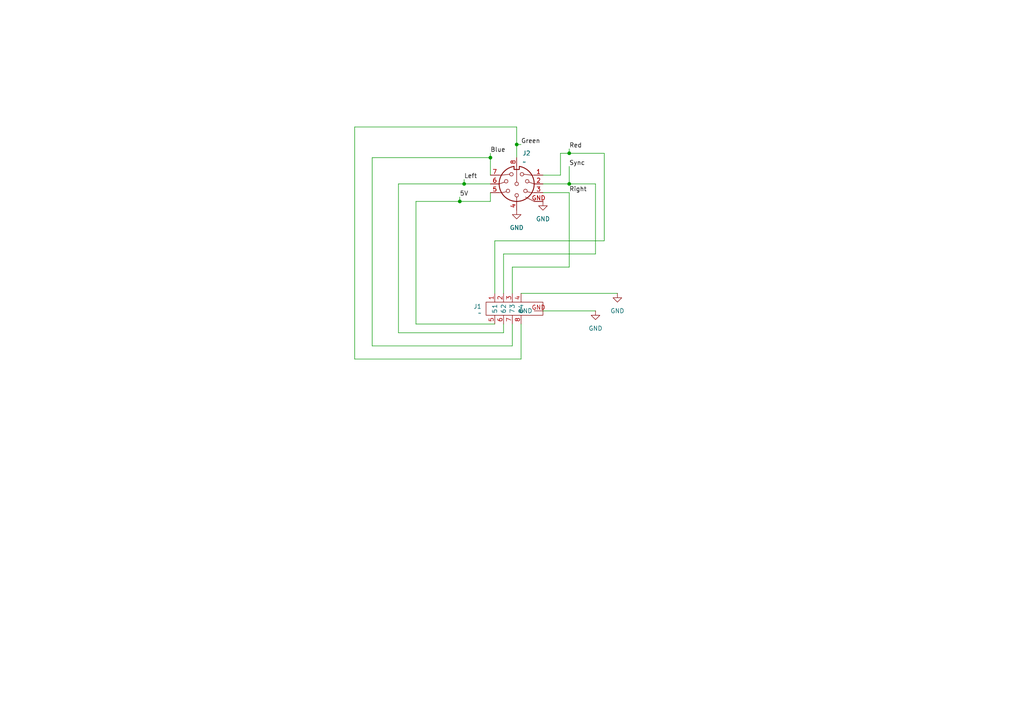
<source format=kicad_sch>
(kicad_sch (version 20250114) (generator "eeschema") (generator_version "9.0")
  (paper "A4")
  (lib_symbols
    (symbol "Custom_Connectors:DIN_8_262-270_Male"
      (property "Reference" "J" (at 0 0 0))
      (property "Footprint" "Custom_Connectors:DIN_8_262-270_Male" (at 0 0 0))
      (symbol "DIN_8_262-270_Male_0_1"
        (polyline (pts (xy -5.08 19.05) (xy -4.318 19.05) (xy -2.032 19.304)))
        (polyline (pts (xy -5.08 16.51) (xy -3.556 17.018)))
        (polyline (pts (xy -5.08 13.97) (xy -4.318 13.97) (xy -3.048 14.224)))
        (circle (center -3.048 17.272) (radius 0.508))
        (circle (center -2.54 14.478) (radius 0.508))
        (circle (center -1.524 19.304) (radius 0.508))
        (arc (start 0.762 21.59) (mid 3.8597 19.8479) (end 5.08 16.51) (stroke (width 0.254)))
        (polyline (pts (xy 0 17.018) (xy 0 21.59)))
        (arc (start 5.08 16.51) (mid 0 11.4521) (end -5.08 16.51) (stroke (width 0.254)))
        (circle (center 0 16.51) (radius 0.508))
        (circle (center 0 13.208) (radius 0.508))
        (polyline (pts (xy 0 11.43) (xy 0 12.7)))
        (arc (start -5.08 16.51) (mid -3.8673 19.8544) (end -0.762 21.59) (stroke (width 0.254)))
        (polyline (pts (xy 0.762 21.463) (xy 0.762 20.701) (xy -0.762 20.701) (xy -0.762 21.463)) (stroke (width 0.254)))
        (circle (center 1.524 19.304) (radius 0.508))
        (circle (center 2.54 14.478) (radius 0.508))
        (circle (center 3.048 17.272) (radius 0.508))
        (polyline (pts (xy 5.08 19.05) (xy 4.318 19.05) (xy 2.032 19.304)))
        (polyline (pts (xy 5.08 16.51) (xy 3.556 17.018)))
        (polyline (pts (xy 5.08 13.97) (xy 4.318 13.97) (xy 3.048 14.224)))
        (polyline (pts (xy 5.08 11.43) (xy 2.54 12.7)))
      )
      (symbol "DIN_8_262-270_Male_1_1"
        (pin passive line (at -7.62 19.05 0) (length 2.54) (name "~") (number "7"))
        (pin passive line (at -7.62 16.51 0) (length 2.54) (name "~") (number "6"))
        (pin passive line (at -7.62 13.97 0) (length 2.54) (name "~") (number "5"))
        (pin passive line (at 0 24.13 270) (length 2.54) (name "~") (number "8"))
        (pin passive line (at 0 8.89 90) (length 2.54) (name "~") (number "4"))
        (pin passive line (at 7.62 19.05 180) (length 2.54) (name "~") (number "1"))
        (pin passive line (at 7.62 16.51 180) (length 2.54) (name "~") (number "2"))
        (pin passive line (at 7.62 13.97 180) (length 2.54) (name "~") (number "3"))
        (pin passive line (at 7.62 11.43 180) (length 2.54) (name "") (number "GND"))
      )
    )
    (symbol "Custom_Connectors:Tee_Joint_9_Pin"
      (property "Reference" "J" (at 5.842 0.508 0))
      (symbol "Tee_Joint_9_Pin_0_1"
        (rectangle (start -7.62 6.35) (end 8.89 2.54))
      )
      (symbol "Tee_Joint_9_Pin_1_1"
        (pin passive line (at -5.08 8.89 270) (length 2.54) (name "1") (number "1"))
        (pin passive line (at -5.08 0 90) (length 2.54) (name "5") (number "5"))
        (pin passive line (at -2.54 8.89 270) (length 2.54) (name "2") (number "2"))
        (pin passive line (at -2.54 0 90) (length 2.54) (name "6") (number "6"))
        (pin passive line (at 0 8.89 270) (length 2.54) (name "3") (number "3"))
        (pin passive line (at 0 0 90) (length 2.54) (name "7") (number "7"))
        (pin passive line (at 2.54 8.89 270) (length 2.54) (name "4") (number "4"))
        (pin passive line (at 2.54 0 90) (length 2.54) (name "8") (number "8"))
        (pin passive line (at 8.89 3.81 180) (length 2.54) (name "GND") (number "GND"))
      )
    )
    (symbol "power:GND" (power) (pin_numbers (hide yes)) (pin_names (offset 0) (hide yes))
      (property "Value" "GND" (at 0 -3.81 0))
      (symbol "GND_0_1"
        (polyline (pts (xy 0 0) (xy 0 -1.27) (xy 1.27 -1.27) (xy 0 -2.54) (xy -1.27 -1.27) (xy 0 -1.27)))
      )
      (symbol "GND_1_1"
        (pin power_in line (at 0 0 270) (length 0) (name "~") (number "1"))
      )
    )
  )
  (junction (at 142.24 45.72))
  (junction (at 165.1 44.45))
  (junction (at 134.62 53.34))
  (junction (at 165.1 53.34))
  (junction (at 149.86 41.91))
  (junction (at 133.35 58.42))
  (wire (pts (xy 165.1 55.88) (xy 157.48 55.88)))
  (wire (pts (xy 151.13 85.09) (xy 179.07 85.09)))
  (wire (pts (xy 120.65 58.42) (xy 133.35 58.42)))
  (wire (pts (xy 146.05 96.52) (xy 146.05 93.98)))
  (wire (pts (xy 165.1 53.34) (xy 172.72 53.34)))
  (wire (pts (xy 149.86 41.91) (xy 151.13 41.91)))
  (wire (pts (xy 142.24 53.34) (xy 134.62 53.34)))
  (wire (pts (xy 146.05 73.66) (xy 146.05 85.09)))
  (wire (pts (xy 102.87 36.83) (xy 149.86 36.83)))
  (wire (pts (xy 120.65 93.98) (xy 120.65 58.42)))
  (wire (pts (xy 115.57 96.52) (xy 146.05 96.52)))
  (wire (pts (xy 162.56 50.8) (xy 162.56 44.45)))
  (wire (pts (xy 151.13 93.98) (xy 151.13 104.14)))
  (wire (pts (xy 134.62 52.07) (xy 134.62 53.34)))
  (wire (pts (xy 133.35 58.42) (xy 133.35 57.15)))
  (wire (pts (xy 143.51 85.09) (xy 143.51 69.85)))
  (wire (pts (xy 165.1 43.18) (xy 165.1 44.45)))
  (wire (pts (xy 107.95 100.33) (xy 107.95 45.72)))
  (wire (pts (xy 172.72 53.34) (xy 172.72 73.66)))
  (wire (pts (xy 142.24 55.88) (xy 142.24 58.42)))
  (wire (pts (xy 165.1 53.34) (xy 165.1 48.26)))
  (wire (pts (xy 102.87 104.14) (xy 102.87 36.83)))
  (wire (pts (xy 107.95 45.72) (xy 142.24 45.72)))
  (wire (pts (xy 149.86 36.83) (xy 149.86 41.91)))
  (wire (pts (xy 115.57 53.34) (xy 115.57 96.52)))
  (wire (pts (xy 107.95 100.33) (xy 148.59 100.33)))
  (wire (pts (xy 175.26 69.85) (xy 175.26 44.45)))
  (wire (pts (xy 143.51 93.98) (xy 120.65 93.98)))
  (wire (pts (xy 142.24 45.72) (xy 142.24 44.45)))
  (wire (pts (xy 157.48 53.34) (xy 165.1 53.34)))
  (wire (pts (xy 162.56 44.45) (xy 165.1 44.45)))
  (wire (pts (xy 157.48 50.8) (xy 162.56 50.8)))
  (wire (pts (xy 172.72 73.66) (xy 146.05 73.66)))
  (wire (pts (xy 165.1 77.47) (xy 148.59 77.47)))
  (wire (pts (xy 157.48 90.17) (xy 172.72 90.17)))
  (wire (pts (xy 149.86 41.91) (xy 149.86 45.72)))
  (wire (pts (xy 143.51 69.85) (xy 175.26 69.85)))
  (wire (pts (xy 148.59 77.47) (xy 148.59 85.09)))
  (wire (pts (xy 151.13 104.14) (xy 102.87 104.14)))
  (wire (pts (xy 142.24 45.72) (xy 142.24 50.8)))
  (wire (pts (xy 148.59 100.33) (xy 148.59 93.98)))
  (wire (pts (xy 165.1 55.88) (xy 165.1 77.47)))
  (wire (pts (xy 134.62 53.34) (xy 115.57 53.34)))
  (wire (pts (xy 165.1 44.45) (xy 175.26 44.45)))
  (wire (pts (xy 142.24 58.42) (xy 133.35 58.42)))
  (label "Right" (at 165.1 55.88 0))
  (label "Blue" (at 142.24 44.45 0))
  (label "Left" (at 134.62 52.07 0))
  (label "Sync" (at 165.1 48.26 0))
  (label "Green" (at 151.13 41.91 0))
  (label "Red" (at 165.1 43.18 0))
  (label "5V" (at 133.35 57.15 0))
  (symbol (lib_id "Custom_Connectors:Tee_Joint_9_Pin") (at 148.59 93.98 0) (unit 1)
    (property "Reference" "J1" (at 139.7 88.8999 0) (effects (justify right)))
    (property "Value" "~" (at 139.7 90.805 0) (effects (justify right)))
    (property "Footprint" "Custom_Connectors:Tee Joint 9 Pin" (effects (hide yes)))
  )
  (symbol (lib_id "power:GND") (at 172.72 90.17 0) (unit 1)
    (property "Reference" "#PWR04" (effects (hide yes)))
    (property "Value" "GND" (at 172.72 95.25 0))
    (property "Description" "Power symbol creates a global label with name \"GND\" , ground" (effects (hide yes)))
  )
  (symbol (lib_id "power:GND") (at 157.48 58.42 0) (unit 1)
    (property "Reference" "#PWR06" (effects (hide yes)))
    (property "Value" "GND" (at 157.48 63.5 0))
    (property "Description" "Power symbol creates a global label with name \"GND\" , ground" (effects (hide yes)))
  )
  (symbol (lib_id "power:GND") (at 149.86 60.96 0) (unit 1)
    (property "Reference" "#PWR03" (effects (hide yes)))
    (property "Value" "GND" (at 149.86 66.04 0))
    (property "Description" "Power symbol creates a global label with name \"GND\" , ground" (effects (hide yes)))
  )
  (symbol (lib_id "Custom_Connectors:DIN_8_262-270_Male") (at 149.86 69.85 0) (unit 1)
    (property "Reference" "J2" (at 151.5111 44.45 0) (effects (justify left)))
    (property "Value" "~" (at 151.5111 46.99 0) (effects (justify left)))
    (property "Footprint" "Custom_Connectors:DIN_8_262-270_Male" (effects (hide yes)))
  )
  (symbol (lib_id "power:GND") (at 179.07 85.09 0) (unit 1)
    (property "Reference" "#PWR05" (effects (hide yes)))
    (property "Value" "GND" (at 179.07 90.17 0))
    (property "Description" "Power symbol creates a global label with name \"GND\" , ground" (effects (hide yes)))
  )
)
</source>
